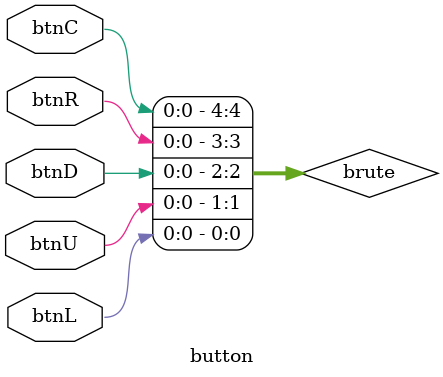
<source format=v>
module button(
    input btnL, btnU, btnD, btnR, btnC
);
    wire [4:0] brute;
    assign brute[0] = btnL;
    assign brute[1] = btnU;
    assign brute[2] = btnD;
    assign brute[3] = btnR;
    assign brute[4] = btnC;

endmodule
</source>
